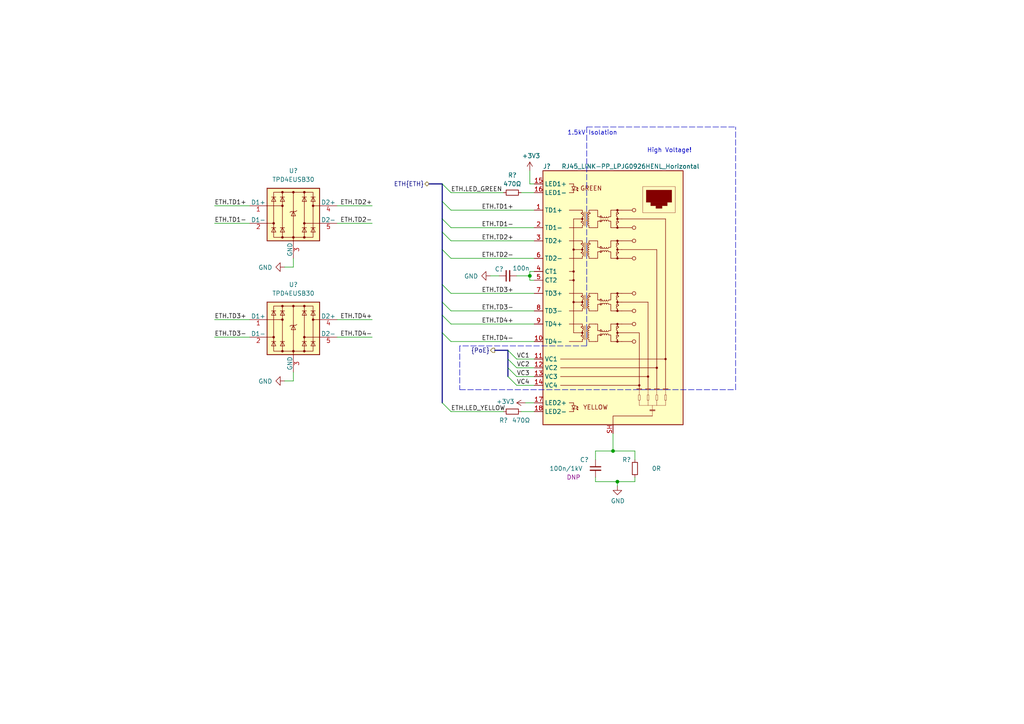
<source format=kicad_sch>
(kicad_sch (version 20201015) (generator eeschema)
  (paper "A4")
  (lib_symbols
    (symbol "Device:C_Small" (pin_numbers hide) (pin_names (offset 0.254) hide)
      (property "Reference" "C" (at 0.254 1.778 0))
      (property "Value" "C_Small" (at 0.254 -2.032 0))
      (symbol "C_Small_0_1"
        (polyline (pts (xy -1.524 -0.508) (xy 1.524 -0.508)) (stroke (width 0.3302)))
        (polyline (pts (xy -1.524 0.508) (xy 1.524 0.508)) (stroke (width 0.3048)))
      )
      (symbol "C_Small_1_1"
        (pin passive line (at 0 2.54 270) (length 2.032) (name "~") (number "1"))
        (pin passive line (at 0 -2.54 90) (length 2.032) (name "~") (number "2"))
      )
    )
    (symbol "Device:R_Small" (pin_numbers hide) (pin_names (offset 0.254) hide)
      (property "Reference" "R" (at 0.762 0.508 0))
      (property "Value" "R_Small" (at 0.762 -1.016 0))
      (symbol "R_Small_0_1"
        (rectangle (start -0.762 1.778) (end 0.762 -1.778) (stroke (width 0.2032)))
      )
      (symbol "R_Small_1_1"
        (pin passive line (at 0 2.54 270) (length 0.762) (name "~") (number "1"))
        (pin passive line (at 0 -2.54 90) (length 0.762) (name "~") (number "2"))
      )
    )
    (symbol "LightBlue:RJ45_LINK-PP_LPJG0926HENL_Horizontal"
      (property "Reference" "J" (at -20.32 38.1 0))
      (property "Value" "RJ45_LINK-PP_LPJG0926HENL_Horizontal" (at 5.08 38.1 0))
      (symbol "RJ45_LINK-PP_LPJG0926HENL_Horizontal_0_0"
        (text "GREEN" (at -6.35 31.75 0) (effects (font (size 1.27 1.27))))
        (text "YELLOW" (at -5.08 -31.75 0) (effects (font (size 1.27 1.27))))
        (rectangle (start 7.366 -28.194) (end 7.874 -29.718) (stroke (width 0.0006)))
        (rectangle (start 9.906 -28.194) (end 10.414 -29.718) (stroke (width 0.0006)))
        (rectangle (start 12.446 -28.194) (end 12.954 -29.718) (stroke (width 0.0006)))
        (rectangle (start 14.986 -28.194) (end 15.494 -29.718) (stroke (width 0.0006)))
        (rectangle (start 9.652 31.242) (end 17.018 27.686) (stroke (width 0.0006)) (fill (type outline)))
        (rectangle (start 10.922 27.686) (end 15.748 26.67) (stroke (width 0.0006)) (fill (type outline)))
        (rectangle (start 12.446 26.67) (end 14.224 25.908) (stroke (width 0.0006)) (fill (type outline)))
        (rectangle (start 8.636 32.258) (end 18.034 24.638) (stroke (width 0.0006)))
        (polyline (pts (xy 7.62 -29.718) (xy 7.62 -31.242)) (stroke (width 0.0006)))
        (polyline (pts (xy 7.62 -31.242) (xy 15.24 -31.242)) (stroke (width 0.0006)))
        (polyline (pts (xy 11.43 -32.512) (xy 11.43 -31.242)) (stroke (width 0.0006)))
        (polyline (pts (xy 10.16 -29.718) (xy 10.16 -31.242)) (stroke (width 0.0006)))
        (polyline (pts (xy 12.7 -29.718) (xy 12.7 -31.242)) (stroke (width 0.0006)))
        (polyline (pts (xy 15.24 -29.718) (xy 15.24 -31.242)) (stroke (width 0.0006)))
        (polyline (pts (xy 15.24 -26.67) (xy 15.24 -28.194)) (stroke (width 0.0006)))
        (polyline (pts (xy 10.16 -26.67) (xy 10.16 -28.194)) (stroke (width 0.0006)))
        (polyline (pts (xy 12.7 -26.67) (xy 12.7 -28.194)) (stroke (width 0.0006)))
        (polyline (pts (xy 7.62 -26.67) (xy 7.62 -28.194)) (stroke (width 0.0006)))
        (polyline (pts (xy 11.43 -34.29) (xy 11.43 -32.766)) (stroke (width 0.0006)))
      )
      (symbol "RJ45_LINK-PP_LPJG0926HENL_Horizontal_0_1"
        (arc (start -8.89 -12.065) (end -8.89 -11.43) (radius (at -8.89 -11.7602) (length 0.3048) (angles -89.9 89.9)))
        (arc (start -8.89 -11.43) (end -8.89 -10.795) (radius (at -8.89 -11.1252) (length 0.3048) (angles -89.9 89.9)))
        (arc (start -8.89 -9.525) (end -8.89 -8.89) (radius (at -8.89 -9.2202) (length 0.3048) (angles -89.9 89.9)))
        (arc (start -8.89 -8.89) (end -8.89 -8.255) (radius (at -8.89 -8.5852) (length 0.3048) (angles -89.9 89.9)))
        (arc (start -8.89 -3.175) (end -8.89 -2.54) (radius (at -8.89 -2.8702) (length 0.3048) (angles -89.9 89.9)))
        (arc (start -8.89 -2.54) (end -8.89 -1.905) (radius (at -8.89 -2.2352) (length 0.3048) (angles -89.9 89.9)))
        (arc (start -8.89 -0.635) (end -8.89 0) (radius (at -8.89 -0.3302) (length 0.3048) (angles -89.9 89.9)))
        (arc (start -8.89 0) (end -8.89 0.635) (radius (at -8.89 0.3048) (length 0.3048) (angles -89.9 89.9)))
        (arc (start -8.89 12.065) (end -8.89 12.7) (radius (at -8.89 12.3698) (length 0.3048) (angles -89.9 89.9)))
        (arc (start -8.89 12.7) (end -8.89 13.335) (radius (at -8.89 13.0048) (length 0.3048) (angles -89.9 89.9)))
        (arc (start -8.89 14.605) (end -8.89 15.24) (radius (at -8.89 14.9098) (length 0.3048) (angles -89.9 89.9)))
        (arc (start -8.89 15.24) (end -8.89 15.875) (radius (at -8.89 15.5448) (length 0.3048) (angles -89.9 89.9)))
        (arc (start -8.89 20.955) (end -8.89 21.59) (radius (at -8.89 21.2598) (length 0.3048) (angles -89.9 89.9)))
        (arc (start -8.89 21.59) (end -8.89 22.225) (radius (at -8.89 21.8948) (length 0.3048) (angles -89.9 89.9)))
        (arc (start -8.89 23.495) (end -8.89 24.13) (radius (at -8.89 23.7998) (length 0.3048) (angles -89.9 89.9)))
        (arc (start -8.89 24.13) (end -8.89 24.765) (radius (at -8.89 24.4348) (length 0.3048) (angles -89.9 89.9)))
        (arc (start -6.985 -11.43) (end -6.985 -12.065) (radius (at -6.985 -11.7348) (length 0.3048) (angles 90.1 -90.1)))
        (arc (start -6.985 -10.795) (end -6.985 -11.43) (radius (at -6.985 -11.0998) (length 0.3048) (angles 90.1 -90.1)))
        (arc (start -6.985 -10.16) (end -6.985 -10.795) (radius (at -6.985 -10.4648) (length 0.3048) (angles 90.1 -90.1)))
        (arc (start -6.985 -9.525) (end -6.985 -10.16) (radius (at -6.985 -9.8298) (length 0.3048) (angles 90.1 -90.1)))
        (arc (start -6.985 -8.89) (end -6.985 -9.525) (radius (at -6.985 -9.1948) (length 0.3048) (angles 90.1 -90.1)))
        (arc (start -6.985 -8.255) (end -6.985 -8.89) (radius (at -6.985 -8.5598) (length 0.3048) (angles 90.1 -90.1)))
        (arc (start -6.985 -2.54) (end -6.985 -3.175) (radius (at -6.985 -2.8448) (length 0.3048) (angles 90.1 -90.1)))
        (arc (start -6.985 -1.905) (end -6.985 -2.54) (radius (at -6.985 -2.2098) (length 0.3048) (angles 90.1 -90.1)))
        (arc (start -6.985 -1.27) (end -6.985 -1.905) (radius (at -6.985 -1.5748) (length 0.3048) (angles 90.1 -90.1)))
        (arc (start -6.985 -0.635) (end -6.985 -1.27) (radius (at -6.985 -0.9398) (length 0.3048) (angles 90.1 -90.1)))
        (arc (start -6.985 0) (end -6.985 -0.635) (radius (at -6.985 -0.3048) (length 0.3048) (angles 90.1 -90.1)))
        (arc (start -6.985 0.635) (end -6.985 0) (radius (at -6.985 0.3302) (length 0.3048) (angles 90.1 -90.1)))
        (arc (start -6.985 12.7) (end -6.985 12.065) (radius (at -6.985 12.3952) (length 0.3048) (angles 90.1 -90.1)))
        (arc (start -6.985 13.335) (end -6.985 12.7) (radius (at -6.985 13.0302) (length 0.3048) (angles 90.1 -90.1)))
        (arc (start -6.985 13.97) (end -6.985 13.335) (radius (at -6.985 13.6652) (length 0.3048) (angles 90.1 -90.1)))
        (arc (start -6.985 14.605) (end -6.985 13.97) (radius (at -6.985 14.3002) (length 0.3048) (angles 90.1 -90.1)))
        (arc (start -6.985 15.24) (end -6.985 14.605) (radius (at -6.985 14.9352) (length 0.3048) (angles 90.1 -90.1)))
        (arc (start -6.985 15.875) (end -6.985 15.24) (radius (at -6.985 15.5702) (length 0.3048) (angles 90.1 -90.1)))
        (arc (start -6.985 21.59) (end -6.985 20.955) (radius (at -6.985 21.2852) (length 0.3048) (angles 90.1 -90.1)))
        (arc (start -6.985 22.225) (end -6.985 21.59) (radius (at -6.985 21.9202) (length 0.3048) (angles 90.1 -90.1)))
        (arc (start -6.985 22.86) (end -6.985 22.225) (radius (at -6.985 22.5552) (length 0.3048) (angles 90.1 -90.1)))
        (arc (start -6.985 23.495) (end -6.985 22.86) (radius (at -6.985 23.1902) (length 0.3048) (angles 90.1 -90.1)))
        (arc (start -6.985 24.13) (end -6.985 23.495) (radius (at -6.985 23.8252) (length 0.3048) (angles 90.1 -90.1)))
        (arc (start -6.985 24.765) (end -6.985 24.13) (radius (at -6.985 24.4602) (length 0.3048) (angles 90.1 -90.1)))
        (arc (start -3.81 -9.525) (end -3.175 -9.525) (radius (at -3.5052 -9.525) (length 0.3048) (angles -179.9 -0.1)))
        (arc (start -3.81 -0.635) (end -3.175 -0.635) (radius (at -3.5052 -0.635) (length 0.3048) (angles -179.9 -0.1)))
        (arc (start -3.81 14.605) (end -3.175 14.605) (radius (at -3.5052 14.605) (length 0.3048) (angles -179.9 -0.1)))
        (arc (start -3.81 23.495) (end -3.175 23.495) (radius (at -3.5052 23.495) (length 0.3048) (angles -179.9 -0.1)))
        (arc (start -3.175 -10.795) (end -3.81 -10.795) (radius (at -3.4798 -10.795) (length 0.3048) (angles 0.1 179.9)))
        (arc (start -3.175 -1.905) (end -3.81 -1.905) (radius (at -3.4798 -1.905) (length 0.3048) (angles 0.1 179.9)))
        (arc (start -3.175 13.335) (end -3.81 13.335) (radius (at -3.4798 13.335) (length 0.3048) (angles 0.1 179.9)))
        (arc (start -3.175 22.225) (end -3.81 22.225) (radius (at -3.4798 22.225) (length 0.3048) (angles 0.1 179.9)))
        (arc (start -3.175 -9.525) (end -2.54 -9.525) (radius (at -2.8702 -9.525) (length 0.3048) (angles -179.9 -0.1)))
        (arc (start -3.175 -0.635) (end -2.54 -0.635) (radius (at -2.8702 -0.635) (length 0.3048) (angles -179.9 -0.1)))
        (arc (start -3.175 14.605) (end -2.54 14.605) (radius (at -2.8702 14.605) (length 0.3048) (angles -179.9 -0.1)))
        (arc (start -3.175 23.495) (end -2.54 23.495) (radius (at -2.8702 23.495) (length 0.3048) (angles -179.9 -0.1)))
        (arc (start -2.54 -10.795) (end -3.175 -10.795) (radius (at -2.8448 -10.795) (length 0.3048) (angles 0.1 179.9)))
        (arc (start -2.54 -1.905) (end -3.175 -1.905) (radius (at -2.8448 -1.905) (length 0.3048) (angles 0.1 179.9)))
        (arc (start -2.54 13.335) (end -3.175 13.335) (radius (at -2.8448 13.335) (length 0.3048) (angles 0.1 179.9)))
        (arc (start -2.54 22.225) (end -3.175 22.225) (radius (at -2.8448 22.225) (length 0.3048) (angles 0.1 179.9)))
        (arc (start -2.54 -9.525) (end -1.905 -9.525) (radius (at -2.2352 -9.525) (length 0.3048) (angles -179.9 -0.1)))
        (arc (start -2.54 -0.635) (end -1.905 -0.635) (radius (at -2.2352 -0.635) (length 0.3048) (angles -179.9 -0.1)))
        (arc (start -2.54 14.605) (end -1.905 14.605) (radius (at -2.2352 14.605) (length 0.3048) (angles -179.9 -0.1)))
        (arc (start -2.54 23.495) (end -1.905 23.495) (radius (at -2.2352 23.495) (length 0.3048) (angles -179.9 -0.1)))
        (arc (start -1.905 -10.795) (end -2.54 -10.795) (radius (at -2.2098 -10.795) (length 0.3048) (angles 0.1 179.9)))
        (arc (start -1.905 -1.905) (end -2.54 -1.905) (radius (at -2.2098 -1.905) (length 0.3048) (angles 0.1 179.9)))
        (arc (start -1.905 13.335) (end -2.54 13.335) (radius (at -2.2098 13.335) (length 0.3048) (angles 0.1 179.9)))
        (arc (start -1.905 22.225) (end -2.54 22.225) (radius (at -2.2098 22.225) (length 0.3048) (angles 0.1 179.9)))
        (arc (start -1.905 -9.525) (end -1.27 -9.525) (radius (at -1.6002 -9.525) (length 0.3048) (angles -179.9 -0.1)))
        (arc (start -1.905 -0.635) (end -1.27 -0.635) (radius (at -1.6002 -0.635) (length 0.3048) (angles -179.9 -0.1)))
        (arc (start -1.905 14.605) (end -1.27 14.605) (radius (at -1.6002 14.605) (length 0.3048) (angles -179.9 -0.1)))
        (arc (start -1.905 23.495) (end -1.27 23.495) (radius (at -1.6002 23.495) (length 0.3048) (angles -179.9 -0.1)))
        (arc (start -1.27 -10.795) (end -1.905 -10.795) (radius (at -1.5748 -10.795) (length 0.3048) (angles 0.1 179.9)))
        (arc (start -1.27 -1.905) (end -1.905 -1.905) (radius (at -1.5748 -1.905) (length 0.3048) (angles 0.1 179.9)))
        (arc (start -1.27 13.335) (end -1.905 13.335) (radius (at -1.5748 13.335) (length 0.3048) (angles 0.1 179.9)))
        (arc (start -1.27 22.225) (end -1.905 22.225) (radius (at -1.5748 22.225) (length 0.3048) (angles 0.1 179.9)))
        (arc (start 1.27 -11.43) (end 1.27 -12.065) (radius (at 1.27 -11.7602) (length 0.3048) (angles 90.1 -90.1)))
        (arc (start 1.27 -10.795) (end 1.27 -11.43) (radius (at 1.27 -11.1252) (length 0.3048) (angles 90.1 -90.1)))
        (arc (start 1.27 -8.89) (end 1.27 -9.525) (radius (at 1.27 -9.2202) (length 0.3048) (angles 90.1 -90.1)))
        (arc (start 1.27 -8.255) (end 1.27 -8.89) (radius (at 1.27 -8.5852) (length 0.3048) (angles 90.1 -90.1)))
        (arc (start 1.27 -2.54) (end 1.27 -3.175) (radius (at 1.27 -2.8702) (length 0.3048) (angles 90.1 -90.1)))
        (arc (start 1.27 -1.905) (end 1.27 -2.54) (radius (at 1.27 -2.2352) (length 0.3048) (angles 90.1 -90.1)))
        (arc (start 1.27 0) (end 1.27 -0.635) (radius (at 1.27 -0.3302) (length 0.3048) (angles 90.1 -90.1)))
        (arc (start 1.27 0.635) (end 1.27 0) (radius (at 1.27 0.3048) (length 0.3048) (angles 90.1 -90.1)))
        (arc (start 1.27 12.7) (end 1.27 12.065) (radius (at 1.27 12.3698) (length 0.3048) (angles 90.1 -90.1)))
        (arc (start 1.27 13.335) (end 1.27 12.7) (radius (at 1.27 13.0048) (length 0.3048) (angles 90.1 -90.1)))
        (arc (start 1.27 15.24) (end 1.27 14.605) (radius (at 1.27 14.9098) (length 0.3048) (angles 90.1 -90.1)))
        (arc (start 1.27 15.875) (end 1.27 15.24) (radius (at 1.27 15.5448) (length 0.3048) (angles 90.1 -90.1)))
        (arc (start 1.27 21.59) (end 1.27 20.955) (radius (at 1.27 21.2598) (length 0.3048) (angles 90.1 -90.1)))
        (arc (start 1.27 22.225) (end 1.27 21.59) (radius (at 1.27 21.8948) (length 0.3048) (angles 90.1 -90.1)))
        (arc (start 1.27 24.13) (end 1.27 23.495) (radius (at 1.27 23.7998) (length 0.3048) (angles 90.1 -90.1)))
        (arc (start 1.27 24.765) (end 1.27 24.13) (radius (at 1.27 24.4348) (length 0.3048) (angles 90.1 -90.1)))
        (circle (center -9.144 -11.049) (radius 0.127) (fill (type outline)))
        (circle (center -9.144 -8.509) (radius 0.127) (fill (type outline)))
        (circle (center -9.144 -2.159) (radius 0.127) (fill (type outline)))
        (circle (center -9.144 0.381) (radius 0.127) (fill (type outline)))
        (circle (center -9.144 13.081) (radius 0.127) (fill (type outline)))
        (circle (center -9.144 15.621) (radius 0.127) (fill (type outline)))
        (circle (center -9.144 21.971) (radius 0.127) (fill (type outline)))
        (circle (center -9.144 24.511) (radius 0.127) (fill (type outline)))
        (circle (center -8.89 -10.16) (radius 0.254) (fill (type outline)))
        (circle (center -8.89 -1.27) (radius 0.254) (fill (type outline)))
        (circle (center -8.89 13.97) (radius 0.254) (fill (type outline)))
        (circle (center -8.89 22.86) (radius 0.254) (fill (type outline)))
        (circle (center -6.731 -8.509) (radius 0.127) (fill (type outline)))
        (circle (center -6.731 0.381) (radius 0.127) (fill (type outline)))
        (circle (center -6.731 15.621) (radius 0.127) (fill (type outline)))
        (circle (center -6.731 24.511) (radius 0.127) (fill (type outline)))
        (circle (center -3.5306 -10.8966) (radius 0.127) (fill (type outline)))
        (circle (center -3.5306 -9.3726) (radius 0.127) (fill (type outline)))
        (circle (center -3.5306 -2.0066) (radius 0.127) (fill (type outline)))
        (circle (center -3.5306 -0.4826) (radius 0.127) (fill (type outline)))
        (circle (center -3.5306 13.2334) (radius 0.127) (fill (type outline)))
        (circle (center -3.5306 14.7574) (radius 0.127) (fill (type outline)))
        (circle (center -3.5306 22.1234) (radius 0.127) (fill (type outline)))
        (circle (center -3.5306 23.6474) (radius 0.127) (fill (type outline)))
        (circle (center 1.27 -12.7) (radius 0.254) (fill (type outline)))
        (circle (center 1.27 -10.16) (radius 0.254) (fill (type outline)))
        (circle (center 1.27 -7.62) (radius 0.254) (fill (type outline)))
        (circle (center 1.27 -3.81) (radius 0.254) (fill (type outline)))
        (circle (center 1.27 -1.27) (radius 0.254) (fill (type outline)))
        (circle (center 1.27 1.27) (radius 0.254) (fill (type outline)))
        (circle (center 1.27 11.43) (radius 0.254) (fill (type outline)))
        (circle (center 1.27 13.97) (radius 0.254) (fill (type outline)))
        (circle (center 1.27 16.51) (radius 0.254) (fill (type outline)))
        (circle (center 1.27 20.32) (radius 0.254) (fill (type outline)))
        (circle (center 1.27 22.86) (radius 0.254) (fill (type outline)))
        (circle (center 1.27 25.4) (radius 0.254) (fill (type outline)))
        (circle (center 1.524 -11.049) (radius 0.127) (fill (type outline)))
        (circle (center 1.524 -8.509) (radius 0.127) (fill (type outline)))
        (circle (center 1.524 -2.159) (radius 0.127) (fill (type outline)))
        (circle (center 1.524 0.381) (radius 0.127) (fill (type outline)))
        (circle (center 1.524 13.081) (radius 0.127) (fill (type outline)))
        (circle (center 1.524 15.621) (radius 0.127) (fill (type outline)))
        (circle (center 1.524 21.971) (radius 0.127) (fill (type outline)))
        (circle (center 1.524 24.511) (radius 0.127) (fill (type outline)))
        (circle (center 6.096 -12.7) (radius 0.508))
        (circle (center 6.096 -7.62) (radius 0.508))
        (circle (center 6.096 -3.81) (radius 0.508))
        (circle (center 6.096 1.27) (radius 0.508))
        (circle (center 6.096 11.43) (radius 0.508))
        (circle (center 6.096 16.51) (radius 0.508))
        (circle (center 6.096 20.32) (radius 0.508))
        (circle (center 6.096 25.4) (radius 0.508))
        (circle (center 7.62 -25.4) (radius 0.254) (fill (type outline)))
        (circle (center 10.16 -22.86) (radius 0.254) (fill (type outline)))
        (circle (center 12.7 -20.32) (radius 0.254) (fill (type outline)))
        (circle (center 15.24 -17.78) (radius 0.254) (fill (type outline)))
        (circle (center -11.43 -1.27) (radius 0.254) (fill (type outline)))
        (circle (center -11.43 13.97) (radius 0.254) (fill (type outline)))
        (circle (center -11.43 7.62) (radius 0.254) (fill (type outline)))
        (circle (center -11.43 5.08) (radius 0.254) (fill (type outline)))
        (rectangle (start -20.32 36.83) (end 20.32 -36.83) (stroke (width 0.254)) (fill (type background)))
        (polyline (pts (xy -12.7 -12.7) (xy -8.89 -12.7)))
        (polyline (pts (xy -12.7 5.08) (xy -11.43 5.08)))
        (polyline (pts (xy -12.7 -7.62) (xy -8.89 -7.62)))
        (polyline (pts (xy -12.7 -3.81) (xy -8.89 -3.81)))
        (polyline (pts (xy -12.7 7.62) (xy -11.43 7.62)))
        (polyline (pts (xy -12.7 1.27) (xy -8.89 1.27)))
        (polyline (pts (xy -12.7 11.43) (xy -8.89 11.43)))
        (polyline (pts (xy -12.7 16.51) (xy -8.89 16.51)))
        (polyline (pts (xy -12.7 20.32) (xy -8.89 20.32)))
        (polyline (pts (xy -12.7 25.4) (xy -8.89 25.4)))
        (polyline (pts (xy -11.43 -10.16) (xy -8.89 -10.16)))
        (polyline (pts (xy -11.43 -1.27) (xy -8.89 -1.27)))
        (polyline (pts (xy -11.43 13.97) (xy -8.89 13.97)))
        (polyline (pts (xy -11.43 22.86) (xy -8.89 22.86)))
        (polyline (pts (xy -8.89 -12.7) (xy -8.89 -12.065)))
        (polyline (pts (xy -8.89 -10.16) (xy -8.89 -10.795)))
        (polyline (pts (xy -8.89 -10.16) (xy -8.89 -9.525)))
        (polyline (pts (xy -8.89 -7.62) (xy -8.89 -8.255)))
        (polyline (pts (xy -8.89 -3.81) (xy -8.89 -3.175)))
        (polyline (pts (xy -8.89 -1.27) (xy -8.89 -1.905)))
        (polyline (pts (xy -8.89 -1.27) (xy -8.89 -0.635)))
        (polyline (pts (xy -8.89 1.27) (xy -8.89 0.635)))
        (polyline (pts (xy -8.89 11.43) (xy -8.89 12.065)))
        (polyline (pts (xy -8.89 13.97) (xy -8.89 13.335)))
        (polyline (pts (xy -8.89 13.97) (xy -8.89 14.605)))
        (polyline (pts (xy -8.89 16.51) (xy -8.89 15.875)))
        (polyline (pts (xy -8.89 20.32) (xy -8.89 20.955)))
        (polyline (pts (xy -8.89 22.86) (xy -8.89 22.225)))
        (polyline (pts (xy -8.89 22.86) (xy -8.89 23.495)))
        (polyline (pts (xy -8.89 25.4) (xy -8.89 24.765)))
        (polyline (pts (xy -8.128 -12.192) (xy -8.128 -8.128)))
        (polyline (pts (xy -8.128 -3.302) (xy -8.128 0.762)))
        (polyline (pts (xy -8.128 11.938) (xy -8.128 16.002)))
        (polyline (pts (xy -8.128 20.828) (xy -8.128 24.892)))
        (polyline (pts (xy -7.62 -12.192) (xy -7.62 -8.128)))
        (polyline (pts (xy -7.62 -3.302) (xy -7.62 0.762)))
        (polyline (pts (xy -7.62 11.938) (xy -7.62 16.002)))
        (polyline (pts (xy -7.62 20.828) (xy -7.62 24.892)))
        (polyline (pts (xy -4.445 -9.525) (xy -3.81 -9.525)))
        (polyline (pts (xy -4.445 -0.635) (xy -3.81 -0.635)))
        (polyline (pts (xy -4.445 14.605) (xy -3.81 14.605)))
        (polyline (pts (xy -4.445 23.495) (xy -3.81 23.495)))
        (polyline (pts (xy -0.635 -12.7) (xy 0.635 -12.7)))
        (polyline (pts (xy -0.635 -7.62) (xy 0.635 -7.62)))
        (polyline (pts (xy -0.635 -3.81) (xy 0.635 -3.81)))
        (polyline (pts (xy -0.635 1.27) (xy 0.635 1.27)))
        (polyline (pts (xy -0.635 11.43) (xy 0.635 11.43)))
        (polyline (pts (xy -0.635 16.51) (xy 0.635 16.51)))
        (polyline (pts (xy -0.635 20.32) (xy 0.635 20.32)))
        (polyline (pts (xy -0.635 25.4) (xy 0.635 25.4)))
        (polyline (pts (xy 1.27 -12.7) (xy 1.27 -12.065)))
        (polyline (pts (xy 1.27 -10.16) (xy 1.27 -10.795)))
        (polyline (pts (xy 1.27 -10.16) (xy 1.27 -9.525)))
        (polyline (pts (xy 1.27 -7.62) (xy 1.27 -8.255)))
        (polyline (pts (xy 1.27 -3.81) (xy 1.27 -3.175)))
        (polyline (pts (xy 1.27 -1.27) (xy 1.27 -1.905)))
        (polyline (pts (xy 1.27 -1.27) (xy 1.27 -0.635)))
        (polyline (pts (xy 1.27 1.27) (xy 1.27 0.635)))
        (polyline (pts (xy 1.27 11.43) (xy 1.27 12.065)))
        (polyline (pts (xy 1.27 13.97) (xy 1.27 13.335)))
        (polyline (pts (xy 1.27 13.97) (xy 1.27 14.605)))
        (polyline (pts (xy 1.27 16.51) (xy 1.27 15.875)))
        (polyline (pts (xy 1.27 20.32) (xy 1.27 20.955)))
        (polyline (pts (xy 1.27 22.86) (xy 1.27 22.225)))
        (polyline (pts (xy 1.27 22.86) (xy 1.27 23.495)))
        (polyline (pts (xy 1.27 25.4) (xy 1.27 24.765)))
        (polyline (pts (xy 8.382 -26.416) (xy 6.858 -26.416)))
        (polyline (pts (xy 2.54 -12.7) (xy 1.27 -12.7)))
        (polyline (pts (xy 2.54 -12.7) (xy 5.588 -12.7)))
        (polyline (pts (xy 2.54 -10.16) (xy 1.27 -10.16)))
        (polyline (pts (xy 2.54 -7.62) (xy 1.27 -7.62)))
        (polyline (pts (xy 2.54 -7.62) (xy 5.588 -7.62)))
        (polyline (pts (xy 2.54 -3.81) (xy 1.27 -3.81)))
        (polyline (pts (xy 2.54 -3.81) (xy 5.588 -3.81)))
        (polyline (pts (xy 2.54 -1.27) (xy 1.27 -1.27)))
        (polyline (pts (xy 2.54 1.27) (xy 1.27 1.27)))
        (polyline (pts (xy 2.54 1.27) (xy 5.588 1.27)))
        (polyline (pts (xy 2.54 11.43) (xy 1.27 11.43)))
        (polyline (pts (xy 2.54 11.43) (xy 5.588 11.43)))
        (polyline (pts (xy 2.54 13.97) (xy 1.27 13.97)))
        (polyline (pts (xy 2.54 16.51) (xy 1.27 16.51)))
        (polyline (pts (xy 2.54 16.51) (xy 5.588 16.51)))
        (polyline (pts (xy 2.54 20.32) (xy 1.27 20.32)))
        (polyline (pts (xy 2.54 20.32) (xy 5.588 20.32)))
        (polyline (pts (xy 2.54 22.86) (xy 1.27 22.86)))
        (polyline (pts (xy 2.54 25.4) (xy 1.27 25.4)))
        (polyline (pts (xy 2.54 25.4) (xy 5.588 25.4)))
        (polyline (pts (xy 2.54 -10.16) (xy 7.62 -10.16)))
        (polyline (pts (xy 2.54 -1.27) (xy 10.16 -1.27)))
        (polyline (pts (xy 2.54 13.97) (xy 12.7 13.97)))
        (polyline (pts (xy 7.62 -26.416) (xy 7.62 -10.16)))
        (polyline (pts (xy 15.24 22.86) (xy 2.54 22.86)))
        (polyline (pts (xy -6.985 -12.065) (xy -6.985 -12.7) (xy -5.08 -12.7)))
        (polyline (pts (xy -6.985 -8.255) (xy -6.985 -7.62) (xy -5.08 -7.62)))
        (polyline (pts (xy -6.985 -3.175) (xy -6.985 -3.81) (xy -5.08 -3.81)))
        (polyline (pts (xy -6.985 0.635) (xy -6.985 1.27) (xy -5.08 1.27)))
        (polyline (pts (xy -6.985 12.065) (xy -6.985 11.43) (xy -5.08 11.43)))
        (polyline (pts (xy -6.985 15.875) (xy -6.985 16.51) (xy -5.08 16.51)))
        (polyline (pts (xy -6.985 20.955) (xy -6.985 20.32) (xy -5.08 20.32)))
        (polyline (pts (xy -6.985 24.765) (xy -6.985 25.4) (xy -5.08 25.4)))
        (polyline (pts (xy -5.08 -7.62) (xy -4.445 -7.62) (xy -4.445 -9.525)))
        (polyline (pts (xy -5.08 1.27) (xy -4.445 1.27) (xy -4.445 -0.635)))
        (polyline (pts (xy -5.08 16.51) (xy -4.445 16.51) (xy -4.445 14.605)))
        (polyline (pts (xy -5.08 25.4) (xy -4.445 25.4) (xy -4.445 23.495)))
        (polyline (pts (xy -1.27 -10.795) (xy -0.635 -10.795) (xy -0.635 -12.7)))
        (polyline (pts (xy -1.27 -9.525) (xy -0.635 -9.525) (xy -0.635 -7.62)))
        (polyline (pts (xy -1.27 -1.905) (xy -0.635 -1.905) (xy -0.635 -3.81)))
        (polyline (pts (xy -1.27 -0.635) (xy -0.635 -0.635) (xy -0.635 1.27)))
        (polyline (pts (xy -1.27 13.335) (xy -0.635 13.335) (xy -0.635 11.43)))
        (polyline (pts (xy -1.27 14.605) (xy -0.635 14.605) (xy -0.635 16.51)))
        (polyline (pts (xy -1.27 22.225) (xy -0.635 22.225) (xy -0.635 20.32)))
        (polyline (pts (xy -1.27 23.495) (xy -0.635 23.495) (xy -0.635 25.4)))
        (polyline (pts (xy 0.635 -12.7) (xy 1.27 -12.7) (xy 1.27 -12.065)))
        (polyline (pts (xy 0.635 -7.62) (xy 1.27 -7.62) (xy 1.27 -8.255)))
        (polyline (pts (xy 0.635 -3.81) (xy 1.27 -3.81) (xy 1.27 -3.175)))
        (polyline (pts (xy 0.635 1.27) (xy 1.27 1.27) (xy 1.27 0.635)))
        (polyline (pts (xy 0.635 11.43) (xy 1.27 11.43) (xy 1.27 12.065)))
        (polyline (pts (xy 0.635 16.51) (xy 1.27 16.51) (xy 1.27 15.875)))
        (polyline (pts (xy 0.635 20.32) (xy 1.27 20.32) (xy 1.27 20.955)))
        (polyline (pts (xy 0.635 25.4) (xy 1.27 25.4) (xy 1.27 24.765)))
        (polyline (pts (xy 11.43 -34.29) (xy 0 -34.29) (xy 0 -36.83)))
        (polyline (pts (xy -5.08 -12.7) (xy -4.445 -12.7) (xy -4.445 -10.795) (xy -3.81 -10.795)))
        (polyline (pts (xy -5.08 -3.81) (xy -4.445 -3.81) (xy -4.445 -1.905) (xy -3.81 -1.905)))
        (polyline (pts (xy -5.08 11.43) (xy -4.445 11.43) (xy -4.445 13.335) (xy -3.81 13.335)))
        (polyline (pts (xy -5.08 20.32) (xy -4.445 20.32) (xy -4.445 22.225) (xy -3.81 22.225)))
        (polyline (pts (xy 8.382 -26.67) (xy 6.858 -26.67)))
        (polyline (pts (xy 10.16 -26.416) (xy 10.16 -1.27)))
        (polyline (pts (xy 12.7 -26.416) (xy 12.7 13.97)))
        (polyline (pts (xy 15.24 -26.416) (xy 15.24 22.86)))
        (polyline (pts (xy 10.922 -26.416) (xy 9.398 -26.416)))
        (polyline (pts (xy 10.922 -26.67) (xy 9.398 -26.67)))
        (polyline (pts (xy 13.462 -26.416) (xy 11.938 -26.416)))
        (polyline (pts (xy 13.462 -26.67) (xy 11.938 -26.67)))
        (polyline (pts (xy 16.002 -26.416) (xy 14.478 -26.416)))
        (polyline (pts (xy 16.002 -26.67) (xy 14.478 -26.67)))
        (polyline (pts (xy -15.24 -17.78) (xy 15.24 -17.78)))
        (polyline (pts (xy -15.24 -20.32) (xy 12.7 -20.32)))
        (polyline (pts (xy -15.24 -22.86) (xy 10.16 -22.86)))
        (polyline (pts (xy -15.24 -25.4) (xy 7.62 -25.4)))
        (polyline (pts (xy 12.192 -32.766) (xy 10.668 -32.766)))
        (polyline (pts (xy 12.192 -32.512) (xy 10.668 -32.512)))
        (polyline (pts (xy -11.43 -10.16) (xy -11.43 22.86)))
      )
      (symbol "RJ45_LINK-PP_LPJG0926HENL_Horizontal_1_1"
        (polyline (pts (xy -12.7 -33.02) (xy -11.43 -33.02)))
        (polyline (pts (xy -12.7 -30.48) (xy -11.43 -30.48)))
        (polyline (pts (xy -12.7 30.48) (xy -11.43 30.48)))
        (polyline (pts (xy -12.7 33.02) (xy -11.43 33.02)))
        (polyline (pts (xy -11.938 -32.258) (xy -10.922 -32.258)))
        (polyline (pts (xy -11.938 31.242) (xy -10.922 31.242)))
        (polyline (pts (xy -11.43 -33.02) (xy -11.43 -32.258)))
        (polyline (pts (xy -11.43 -30.48) (xy -11.43 -31.242)))
        (polyline (pts (xy -11.43 30.48) (xy -11.43 31.242)))
        (polyline (pts (xy -11.43 33.02) (xy -11.43 32.258)))
        (polyline (pts (xy -10.16 -32.512) (xy -10.287 -32.131)))
        (polyline (pts (xy -10.16 -31.877) (xy -10.287 -31.496)))
        (polyline (pts (xy -10.16 30.988) (xy -10.287 31.369)))
        (polyline (pts (xy -10.16 31.623) (xy -10.287 32.004)))
        (polyline (pts (xy -10.668 -32.004) (xy -10.16 -32.512) (xy -10.541 -32.385)))
        (polyline (pts (xy -10.668 -31.369) (xy -10.16 -31.877) (xy -10.541 -31.75)))
        (polyline (pts (xy -10.668 31.496) (xy -10.16 30.988) (xy -10.541 31.115)))
        (polyline (pts (xy -10.668 32.131) (xy -10.16 31.623) (xy -10.541 31.75)))
        (polyline (pts (xy -11.43 -32.258) (xy -11.938 -31.242) (xy -10.922 -31.242) (xy -11.43 -32.258)))
        (polyline (pts (xy -11.43 31.242) (xy -11.938 32.258) (xy -10.922 32.258) (xy -11.43 31.242)))
        (pin passive line (at -22.86 7.62 0) (length 2.54) (name "CT1") (number "4"))
        (pin passive line (at -22.86 20.32 0) (length 2.54) (name "TD1-") (number "2"))
        (pin passive line (at -22.86 25.4 0) (length 2.54) (name "TD1+") (number "1"))
        (pin passive line (at -22.86 -33.02 0) (length 2.54) (name "LED2-") (number "18"))
        (pin passive line (at -22.86 -30.48 0) (length 2.54) (name "LED2+") (number "17"))
        (pin passive line (at -22.86 30.48 0) (length 2.54) (name "LED1-") (number "16"))
        (pin passive line (at -22.86 33.02 0) (length 2.54) (name "LED1+") (number "15"))
        (pin passive line (at -22.86 -3.81 0) (length 2.54) (name "TD3-") (number "8"))
        (pin passive line (at -22.86 1.27 0) (length 2.54) (name "TD3+") (number "7"))
        (pin passive line (at -22.86 16.51 0) (length 2.54) (name "TD2+") (number "3"))
        (pin passive line (at -22.86 11.43 0) (length 2.54) (name "TD2-") (number "6"))
        (pin passive line (at -22.86 5.08 0) (length 2.54) (name "CT2") (number "5"))
        (pin passive line (at -22.86 -7.62 0) (length 2.54) (name "TD4+") (number "9"))
        (pin passive line (at -22.86 -12.7 0) (length 2.54) (name "TD4-") (number "10"))
        (pin passive line (at 0 -39.37 90) (length 2.54) (name "~") (number "SH"))
        (pin passive line (at -22.86 -17.78 0) (length 2.54) (name "VC1") (number "11"))
        (pin passive line (at -22.86 -20.32 0) (length 2.54) (name "VC2") (number "12"))
        (pin passive line (at -22.86 -22.86 0) (length 2.54) (name "VC3") (number "13"))
        (pin passive line (at -22.86 -25.4 0) (length 2.54) (name "VC4") (number "14"))
      )
    )
    (symbol "Power_Protection:TPD4EUSB30" (pin_names (offset 0))
      (property "Reference" "U" (at -0.635 8.89 0))
      (property "Value" "TPD4EUSB30" (at 8.89 -10.16 0))
      (symbol "TPD4EUSB30_0_0"
        (rectangle (start -5.715 6.477) (end 5.715 -6.604))
        (polyline (pts (xy -3.175 -6.604) (xy -3.175 6.477)))
        (polyline (pts (xy 0 6.477) (xy 0 -6.604)))
        (polyline (pts (xy 3.175 6.477) (xy 3.175 -6.604)))
      )
      (symbol "TPD4EUSB30_0_1"
        (circle (center -5.715 -2.54) (radius 0.2794) (fill (type outline)))
        (circle (center -3.175 -6.604) (radius 0.2794) (fill (type outline)))
        (circle (center -3.175 2.54) (radius 0.2794) (fill (type outline)))
        (circle (center -3.175 6.477) (radius 0.2794) (fill (type outline)))
        (circle (center 0 -6.604) (radius 0.2794) (fill (type outline)))
        (circle (center 0 6.477) (radius 0.2794) (fill (type outline)))
        (circle (center 3.175 -6.604) (radius 0.2794) (fill (type outline)))
        (circle (center 3.175 -2.54) (radius 0.2794) (fill (type outline)))
        (circle (center 3.175 6.477) (radius 0.2794) (fill (type outline)))
        (circle (center 5.715 2.54) (radius 0.2794) (fill (type outline)))
        (rectangle (start -7.62 7.62) (end 7.62 -7.62) (stroke (width 0.254)) (fill (type background)))
        (polyline (pts (xy -7.747 2.54) (xy -3.175 2.54)))
        (polyline (pts (xy -7.62 -2.54) (xy -5.715 -2.54)))
        (polyline (pts (xy -5.08 -3.81) (xy -6.35 -3.81)))
        (polyline (pts (xy -5.08 5.08) (xy -6.35 5.08)))
        (polyline (pts (xy -2.54 -3.81) (xy -3.81 -3.81)))
        (polyline (pts (xy -2.54 5.08) (xy -3.81 5.08)))
        (polyline (pts (xy -0.635 0.889) (xy -1.016 0.635)))
        (polyline (pts (xy 0 -6.604) (xy 0 -7.62)))
        (polyline (pts (xy 0.635 0.889) (xy -0.635 0.889)))
        (polyline (pts (xy 0.635 0.889) (xy 1.016 1.143)))
        (polyline (pts (xy 3.81 -3.81) (xy 2.54 -3.81)))
        (polyline (pts (xy 3.81 5.08) (xy 2.54 5.08)))
        (polyline (pts (xy 6.35 -3.81) (xy 5.08 -3.81)))
        (polyline (pts (xy 6.35 5.08) (xy 5.08 5.08)))
        (polyline (pts (xy 7.62 -2.54) (xy 3.175 -2.54)))
        (polyline (pts (xy 7.62 2.54) (xy 5.715 2.54)))
        (polyline (pts (xy -5.08 -5.08) (xy -6.35 -5.08) (xy -5.715 -3.81) (xy -5.08 -5.08)))
        (polyline (pts (xy -5.08 3.81) (xy -6.35 3.81) (xy -5.715 5.08) (xy -5.08 3.81)))
        (polyline (pts (xy -2.54 -5.08) (xy -3.81 -5.08) (xy -3.175 -3.81) (xy -2.54 -5.08)))
        (polyline (pts (xy -2.54 3.81) (xy -3.81 3.81) (xy -3.175 5.08) (xy -2.54 3.81)))
        (polyline (pts (xy 0.635 -0.381) (xy -0.635 -0.381) (xy 0 0.889) (xy 0.635 -0.381)))
        (polyline (pts (xy 3.81 -5.08) (xy 2.54 -5.08) (xy 3.175 -3.81) (xy 3.81 -5.08)))
        (polyline (pts (xy 3.81 3.81) (xy 2.54 3.81) (xy 3.175 5.08) (xy 3.81 3.81)))
        (polyline (pts (xy 6.35 -5.08) (xy 5.08 -5.08) (xy 5.715 -3.81) (xy 6.35 -5.08)))
        (polyline (pts (xy 6.35 3.81) (xy 5.08 3.81) (xy 5.715 5.08) (xy 6.35 3.81)))
      )
      (symbol "TPD4EUSB30_1_1"
        (pin passive line (at -12.7 2.54 0) (length 5.08) (name "D1+") (number "1"))
        (pin unconnected line (at -5.08 7.62 0) (length 5.08) hide (name "NC") (number "10"))
        (pin passive line (at -12.7 -2.54 0) (length 5.08) (name "D1-") (number "2"))
        (pin power_in line (at 0 -12.7 90) (length 5.08) (name "GND") (number "3"))
        (pin passive line (at 12.7 2.54 180) (length 5.08) (name "D2+") (number "4"))
        (pin passive line (at 12.7 -2.54 180) (length 5.08) (name "D2-") (number "5"))
        (pin unconnected line (at 5.08 -7.62 180) (length 5.08) hide (name "NC") (number "6"))
        (pin unconnected line (at 5.08 7.62 180) (length 5.08) hide (name "NC") (number "7"))
        (pin passive line (at 0 -12.7 90) (length 5.08) hide (name "GND") (number "8"))
        (pin unconnected line (at -5.08 -7.62 0) (length 5.08) hide (name "NC") (number "9"))
      )
    )
    (symbol "power:+3V3" (power) (pin_names (offset 0))
      (property "Value" "+3V3" (at 0 3.556 0))
      (symbol "+3V3_0_1"
        (polyline (pts (xy -0.762 1.27) (xy 0 2.54)))
        (polyline (pts (xy 0 0) (xy 0 2.54)))
        (polyline (pts (xy 0 2.54) (xy 0.762 1.27)))
      )
      (symbol "+3V3_1_1"
        (pin power_in line (at 0 0 90) (length 0) hide (name "+3V3") (number "1"))
      )
    )
    (symbol "power:GND" (power) (pin_names (offset 0))
      (property "Value" "GND" (at 0 -3.81 0))
      (symbol "GND_0_1"
        (polyline (pts (xy 0 0) (xy 0 -1.27) (xy 1.27 -1.27) (xy 0 -2.54) (xy -1.27 -1.27) (xy 0 -1.27)))
      )
      (symbol "GND_1_1"
        (pin power_in line (at 0 0 270) (length 0) hide (name "GND") (number "1"))
      )
    )
  )
  (bus_alias "ETH" (members "TD1+" "TD1-" "TD2+" "TD2-" "TD3+" "TD3-" "TD4+" "TD4-" "LED_YELLOW" "LED_GREEN"))
  (bus_alias "PoE" (members "VC1" "VC2" "VC3" "VC4"))
  (junction (at 153.67 80.01) (diameter 0.9144))
  (junction (at 177.8 130.81) (diameter 0.9144))
  (junction (at 179.07 139.7) (diameter 0.9144))
  (bus_entry (at 128.27 53.34) (size 2.54 2.54) (stroke (width 0.1524)))
  (bus_entry (at 128.27 58.42) (size 2.54 2.54) (stroke (width 0.1524)))
  (bus_entry (at 128.27 63.5) (size 2.54 2.54) (stroke (width 0.1524)))
  (bus_entry (at 128.27 67.31) (size 2.54 2.54) (stroke (width 0.1524)))
  (bus_entry (at 128.27 72.39) (size 2.54 2.54) (stroke (width 0.1524)))
  (bus_entry (at 128.27 82.55) (size 2.54 2.54) (stroke (width 0.1524)))
  (bus_entry (at 128.27 87.63) (size 2.54 2.54) (stroke (width 0.1524)))
  (bus_entry (at 128.27 91.44) (size 2.54 2.54) (stroke (width 0.1524)))
  (bus_entry (at 128.27 96.52) (size 2.54 2.54) (stroke (width 0.1524)))
  (bus_entry (at 128.27 116.84) (size 2.54 2.54) (stroke (width 0.1524)))
  (bus_entry (at 149.86 104.14) (size -2.54 -2.54) (stroke (width 0.1524)))
  (bus_entry (at 149.86 106.68) (size -2.54 -2.54) (stroke (width 0.1524)))
  (bus_entry (at 149.86 109.22) (size -2.54 -2.54) (stroke (width 0.1524)))
  (bus_entry (at 149.86 111.76) (size -2.54 -2.54) (stroke (width 0.1524)))
  (wire (pts (xy 62.23 59.69) (xy 72.39 59.69)))
  (wire (pts (xy 62.23 64.77) (xy 72.39 64.77)))
  (wire (pts (xy 62.23 92.71) (xy 72.39 92.71)))
  (wire (pts (xy 62.23 97.79) (xy 72.39 97.79)))
  (wire (pts (xy 85.09 74.93) (xy 85.09 77.47)))
  (wire (pts (xy 85.09 77.47) (xy 82.55 77.47)))
  (wire (pts (xy 85.09 107.95) (xy 85.09 110.49)))
  (wire (pts (xy 85.09 110.49) (xy 82.55 110.49)))
  (wire (pts (xy 97.79 59.69) (xy 107.95 59.69)))
  (wire (pts (xy 97.79 64.77) (xy 107.95 64.77)))
  (wire (pts (xy 97.79 92.71) (xy 107.95 92.71)))
  (wire (pts (xy 97.79 97.79) (xy 107.95 97.79)))
  (wire (pts (xy 130.81 55.88) (xy 146.05 55.88)))
  (wire (pts (xy 130.81 60.96) (xy 154.94 60.96)))
  (wire (pts (xy 130.81 66.04) (xy 154.94 66.04)))
  (wire (pts (xy 130.81 69.85) (xy 154.94 69.85)))
  (wire (pts (xy 130.81 74.93) (xy 154.94 74.93)))
  (wire (pts (xy 130.81 85.09) (xy 154.94 85.09)))
  (wire (pts (xy 130.81 90.17) (xy 154.94 90.17)))
  (wire (pts (xy 130.81 93.98) (xy 154.94 93.98)))
  (wire (pts (xy 130.81 99.06) (xy 154.94 99.06)))
  (wire (pts (xy 130.81 119.38) (xy 146.05 119.38)))
  (wire (pts (xy 142.24 80.01) (xy 144.78 80.01)))
  (wire (pts (xy 149.86 80.01) (xy 153.67 80.01)))
  (wire (pts (xy 149.86 104.14) (xy 154.94 104.14)))
  (wire (pts (xy 149.86 106.68) (xy 154.94 106.68)))
  (wire (pts (xy 149.86 109.22) (xy 154.94 109.22)))
  (wire (pts (xy 149.86 111.76) (xy 154.94 111.76)))
  (wire (pts (xy 151.13 55.88) (xy 154.94 55.88)))
  (wire (pts (xy 151.13 119.38) (xy 154.94 119.38)))
  (wire (pts (xy 152.4 116.84) (xy 154.94 116.84)))
  (wire (pts (xy 153.67 53.34) (xy 153.67 49.53)))
  (wire (pts (xy 153.67 78.74) (xy 153.67 80.01)))
  (wire (pts (xy 153.67 80.01) (xy 153.67 81.28)))
  (wire (pts (xy 153.67 81.28) (xy 154.94 81.28)))
  (wire (pts (xy 154.94 53.34) (xy 153.67 53.34)))
  (wire (pts (xy 154.94 78.74) (xy 153.67 78.74)))
  (wire (pts (xy 172.72 130.81) (xy 172.72 133.35)))
  (wire (pts (xy 172.72 138.43) (xy 172.72 139.7)))
  (wire (pts (xy 172.72 139.7) (xy 179.07 139.7)))
  (wire (pts (xy 177.8 125.73) (xy 177.8 130.81)))
  (wire (pts (xy 177.8 130.81) (xy 172.72 130.81)))
  (wire (pts (xy 179.07 139.7) (xy 179.07 140.97)))
  (wire (pts (xy 179.07 139.7) (xy 184.15 139.7)))
  (wire (pts (xy 184.15 130.81) (xy 177.8 130.81)))
  (wire (pts (xy 184.15 133.35) (xy 184.15 130.81)))
  (wire (pts (xy 184.15 139.7) (xy 184.15 138.43)))
  (bus (pts (xy 124.46 53.34) (xy 128.27 53.34)))
  (bus (pts (xy 128.27 53.34) (xy 128.27 58.42)))
  (bus (pts (xy 128.27 58.42) (xy 128.27 63.5)))
  (bus (pts (xy 128.27 63.5) (xy 128.27 67.31)))
  (bus (pts (xy 128.27 67.31) (xy 128.27 72.39)))
  (bus (pts (xy 128.27 72.39) (xy 128.27 82.55)))
  (bus (pts (xy 128.27 82.55) (xy 128.27 87.63)))
  (bus (pts (xy 128.27 87.63) (xy 128.27 91.44)))
  (bus (pts (xy 128.27 91.44) (xy 128.27 96.52)))
  (bus (pts (xy 128.27 96.52) (xy 128.27 116.84)))
  (bus (pts (xy 143.51 101.6) (xy 147.32 101.6)))
  (bus (pts (xy 147.32 101.6) (xy 147.32 104.14)))
  (bus (pts (xy 147.32 104.14) (xy 147.32 106.68)))
  (bus (pts (xy 147.32 106.68) (xy 147.32 109.22)))
  (polyline (pts (xy 133.35 100.33) (xy 133.35 113.03)) (stroke (width 0) (type dash)))
  (polyline (pts (xy 133.35 113.03) (xy 213.36 113.03)) (stroke (width 0) (type dash)))
  (polyline (pts (xy 170.18 36.83) (xy 170.18 100.33)) (stroke (width 0) (type dash)))
  (polyline (pts (xy 170.18 36.83) (xy 213.36 36.83)) (stroke (width 0) (type dash)))
  (polyline (pts (xy 170.18 100.33) (xy 133.35 100.33)) (stroke (width 0) (type dash)))
  (polyline (pts (xy 213.36 113.03) (xy 213.36 36.83)) (stroke (width 0) (type dash)))
  (text "1.5kV Isolation" (at 179.07 39.37 180) (effects (font (size 1.27 1.27)) (justify right bottom)))
  (text "High Voltage!" (at 200.66 44.45 180) (effects (font (size 1.27 1.27)) (justify right bottom)))
  (label "ETH.TD1+" (at 62.23 59.69 0))
  (label "ETH.TD1-" (at 62.23 64.77 0))
  (label "ETH.TD3+" (at 62.23 92.71 0))
  (label "ETH.TD3-" (at 62.23 97.79 0))
  (label "ETH.TD2+" (at 107.95 59.69 180))
  (label "ETH.TD2-" (at 107.95 64.77 180))
  (label "ETH.TD4+" (at 107.95 92.71 180))
  (label "ETH.TD4-" (at 107.95 97.79 180))
  (label "ETH.LED_GREEN" (at 130.81 55.88 0))
  (label "ETH.LED_YELLOW" (at 130.81 119.38 0))
  (label "ETH.TD1+" (at 139.7 60.96 0))
  (label "ETH.TD1-" (at 139.7 66.04 0))
  (label "ETH.TD2+" (at 139.7 69.85 0))
  (label "ETH.TD2-" (at 139.7 74.93 0))
  (label "ETH.TD3+" (at 139.7 85.09 0))
  (label "ETH.TD3-" (at 139.7 90.17 0))
  (label "ETH.TD4+" (at 139.7 93.98 0))
  (label "ETH.TD4-" (at 139.7 99.06 0))
  (label "VC1" (at 149.86 104.14 0))
  (label "VC2" (at 149.86 106.68 0))
  (label "VC3" (at 149.86 109.22 0))
  (label "VC4" (at 149.86 111.76 0))
  (hierarchical_label "ETH{ETH}" (shape bidirectional) (at 124.46 53.34 180))
  (hierarchical_label "{PoE}" (shape output) (at 143.51 101.6 180))
  (symbol (lib_id "power:+3V3") (at 152.4 116.84 90) (unit 1)
    (property "Reference" "#PWR0182" (effects hide))
    (property "Value" "+3V3" (at 149.2249 116.4717 90) (effects (justify left)))
  )
  (symbol (lib_id "power:+3V3") (at 153.67 49.53 0) (unit 1)
    (property "Reference" "#PWR0184" (effects hide))
    (property "Value" "+3V3" (at 154.0383 45.2056 0))
  )
  (symbol (lib_id "power:GND") (at 82.55 77.47 270) (unit 1)
    (property "Reference" "#PWR0181" (effects hide))
    (property "Value" "GND" (at 76.9556 77.5843 90))
  )
  (symbol (lib_id "power:GND") (at 82.55 110.49 270) (unit 1)
    (property "Reference" "#PWR0180" (effects hide))
    (property "Value" "GND" (at 76.9556 110.6043 90))
  )
  (symbol (lib_id "power:GND") (at 142.24 80.01 270) (unit 1)
    (property "Reference" "#PWR0183" (effects hide))
    (property "Value" "GND" (at 136.6456 80.1243 90))
  )
  (symbol (lib_id "power:GND") (at 179.07 140.97 0) (unit 1)
    (property "Reference" "#PWR0179" (effects hide))
    (property "Value" "GND" (at 179.1843 145.2944 0))
  )
  (symbol (lib_id "Device:R_Small") (at 148.59 55.88 90) (unit 1)
    (property "Reference" "R?" (at 148.59 50.8 90))
    (property "Value" "470Ω" (at 148.59 53.34 90))
  )
  (symbol (lib_id "Device:R_Small") (at 148.59 119.38 90) (unit 1)
    (property "Reference" "R?" (at 146.05 121.92 90))
    (property "Value" "470Ω" (at 151.13 121.92 90))
  )
  (symbol (lib_id "Device:R_Small") (at 184.15 135.89 180) (unit 1)
    (property "Reference" "R?" (at 181.7432 133.35 0))
    (property "Value" "0R" (at 190.392 135.89 0))
  )
  (symbol (lib_id "Device:C_Small") (at 147.32 80.01 90) (unit 1)
    (property "Reference" "C?" (at 144.78 78.0477 90))
    (property "Value" "100n" (at 151.13 77.806 90))
  )
  (symbol (lib_id "Device:C_Small") (at 172.72 135.89 0) (unit 1)
    (property "Reference" "C?" (at 169.4877 133.35 0))
    (property "Value" "100n/1kV" (at 164.166 135.89 0))
    (property "Config" "DNP" (at 166.37 138.43 0))
  )
  (symbol (lib_id "Power_Protection:TPD4EUSB30") (at 85.09 62.23 0) (unit 1)
    (property "Reference" "U?" (at 85.09 49.53 0))
    (property "Value" "TPD4EUSB30" (at 85.09 52.07 0))
    (property "Footprint" "Package_SON:USON-10_2.5x1.0mm_P0.5mm" (effects hide))
    (property "Datasheet" "http://www.ti.com/lit/ds/symlink/tpd2eusb30a.pdf" (effects hide))
    (property "Manufacturer" "Texas Instruments" (effects hide))
    (property "PartNumber" "TPD4EUSB30DQAR" (effects hide))
  )
  (symbol (lib_id "Power_Protection:TPD4EUSB30") (at 85.09 95.25 0) (unit 1)
    (property "Reference" "U?" (at 85.09 82.55 0))
    (property "Value" "TPD4EUSB30" (at 85.09 85.09 0))
    (property "Footprint" "Package_SON:USON-10_2.5x1.0mm_P0.5mm" (effects hide))
    (property "Datasheet" "http://www.ti.com/lit/ds/symlink/tpd2eusb30a.pdf" (effects hide))
    (property "Manufacturer" "Texas Instruments" (effects hide))
    (property "PartNumber" "TPD4EUSB30DQAR" (effects hide))
  )
  (symbol (lib_id "LightBlue:RJ45_LINK-PP_LPJG0926HENL_Horizontal") (at 177.8 86.36 0) (unit 1)
    (property "Reference" "J?" (at 157.48 48.26 0) (effects (justify left)))
    (property "Value" "RJ45_LINK-PP_LPJG0926HENL_Horizontal" (at 182.88 48.26 0))
    (property "Footprint" "LightBlue:RJ45_LINK-PP_LPJG0926HENL_Horizontal" (effects hide))
    (property "Datasheet" "http://www.link-pp.com/upload/file/20180411/20180411182938293829.pdf" (effects hide))
    (property "Manufacturer" "LINK-PP" (effects hide))
    (property "PartNumber" "LPJG0926HENL" (effects hide))
  )
)
</source>
